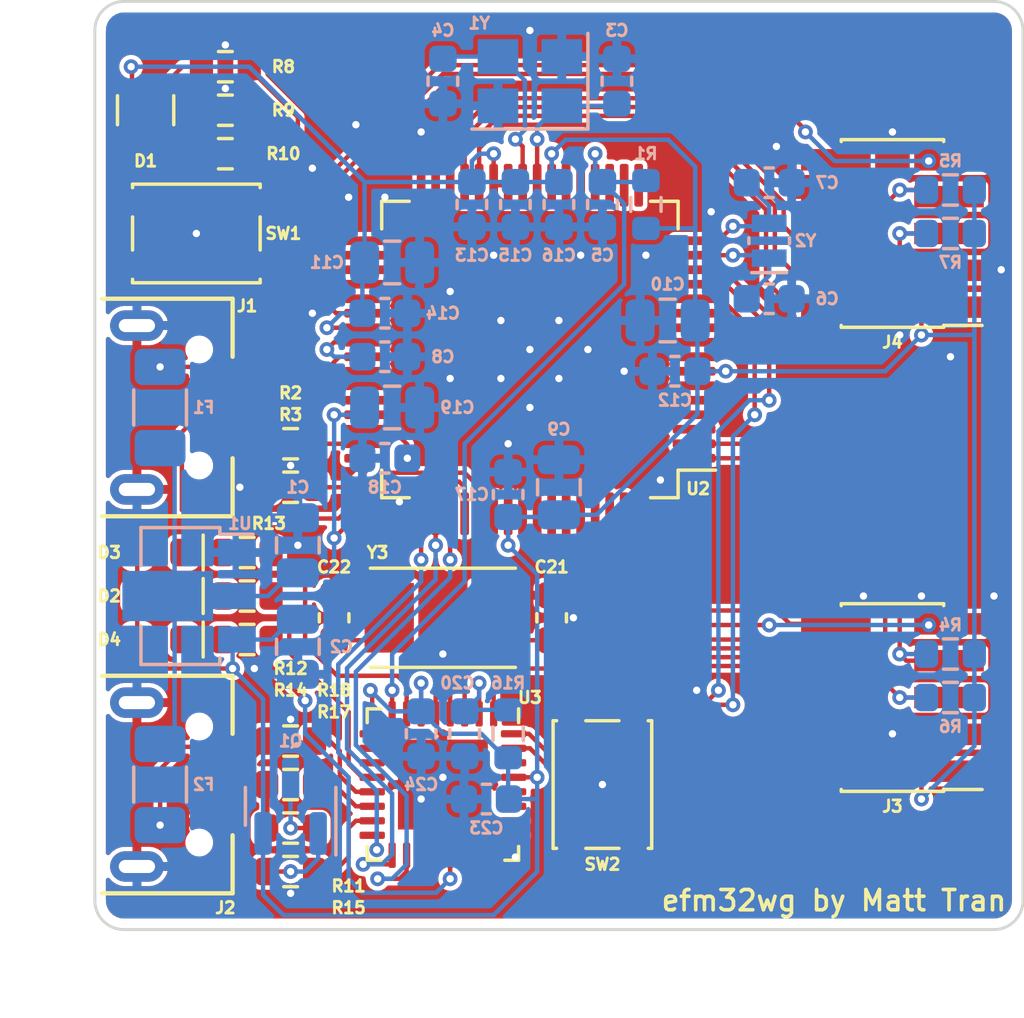
<source format=kicad_pcb>
(kicad_pcb (version 20240108) (generator "pcbnew") (generator_version "8.0")
  (layers (0 "F.Cu" signal) (31 "B.Cu" signal) (34 "B.Paste" user) (35 "F.Paste" user) (36 "B.SilkS" user "B.Silkscreen") (37 "F.SilkS" user "F.Silkscreen") (38 "B.Mask" user) (39 "F.Mask" user) (44 "Edge.Cuts" user))
  (net 0 "")
  (net 1 "GND")
  (net 2 "+5V")
  (net 3 "+3V3")
  (net 4 "Net-(C3-Pad1)")
  (net 5 "Net-(C4-Pad2)")
  (net 6 "/SWD.nRST")
  (net 7 "Net-(C6-Pad2)")
  (net 8 "Net-(C7-Pad2)")
  (net 9 "Net-(C8-Pad2)")
  (net 10 "Net-(C18-Pad1)")
  (net 11 "Net-(C20-Pad2)")
  (net 12 "Net-(C21-Pad2)")
  (net 13 "Net-(C22-Pad1)")
  (net 14 "Net-(D1-Pad1)")
  (net 15 "Net-(D1-Pad3)")
  (net 16 "Net-(D1-Pad4)")
  (net 17 "/DAPLink/DAP_LED")
  (net 18 "/DAPLink/MSD_LED")
  (net 19 "/DAPLink/CDC_LED")
  (net 20 "Net-(F1-Pad1)")
  (net 21 "Net-(F2-Pad1)")
  (net 22 "/USB_D-")
  (net 23 "/USB_D+")
  (net 24 "/USB_ID")
  (net 25 "/DAP.D-")
  (net 26 "/DAP.D+")
  (net 28 "/MOSI0")
  (net 29 "/MISO0")
  (net 30 "/SDA0")
  (net 31 "/SCK0")
  (net 32 "/SCL0")
  (net 33 "/CS0")
  (net 34 "/TX0")
  (net 35 "/RX0")
  (net 36 "/MOSI1")
  (net 37 "/MISO1")
  (net 38 "/SDA1")
  (net 39 "/SCK1")
  (net 40 "/SCL1")
  (net 41 "/CS1")
  (net 42 "/TX1")
  (net 43 "/RX1")
  (net 44 "Net-(Q1-Pad1)")
  (net 45 "Net-(Q1-Pad3)")
  (net 46 "Net-(R2-Pad1)")
  (net 47 "Net-(R3-Pad1)")
  (net 48 "/LED_R")
  (net 49 "/LED_G")
  (net 50 "/LED_B")
  (net 51 "/DAPLink/USB_CON")
  (net 52 "Net-(R17-Pad2)")
  (net 53 "Net-(R18-Pad2)")
  (net 54 "/BTN")
  (net 55 "/DAPLink/BOOTSEL")
  (net 62 "/UART.RX")
  (net 63 "/UART.TX")
  (net 73 "/SWD.SWCLK")
  (net 74 "/SWD.SWDIO")
  (net 75 "/SWD.SWO")
  (net 90 "/DAPLink/JTAG.JTDI")
  (net 91 "Net-(D2-Pad1)")
  (net 92 "Net-(D3-Pad1)")
  (net 93 "Net-(D4-Pad1)")
  (footprint "Capacitor_SMD:C_0603_1608Metric" (layer "F.Cu") (at 143.25 109.25 90)
    (property "Reference" "C22")
    (property "Value" "30p")
  )
  (footprint "extraparts:USB_Micro-B_U254-05" (layer "F.Cu") (at 135 115 -90)
    (property "Reference" "J2")
    (property "Value" "DAPLink")
  )
  (footprint "LED_SMD:LED_0603_1608Metric" (layer "F.Cu") (at 137.25 110 180)
    (property "Reference" "D4")
    (property "Value" "CDC")
  )
  (footprint "Resistor_SMD:R_0603_1608Metric" (layer "F.Cu") (at 141.75 115)
    (property "Reference" "R17")
    (property "Value" "33")
  )
  (footprint "Crystal:Crystal_SMD_TXC_7A-2Pin_5x3.2mm" (layer "F.Cu") (at 147 109.25 180)
    (property "Reference" "Y3")
    (property "Value" "12MHz")
  )
  (footprint "Button_Switch_SMD:SW_SPST_PTS810" (layer "F.Cu") (at 138.5 96 180)
    (property "Reference" "SW1")
    (property "Value" "BTN")
  )
  (footprint "Button_Switch_SMD:SW_SPST_PTS810" (layer "F.Cu") (at 152.5 115 -90)
    (property "Reference" "SW2")
    (property "Value" "BOOT")
  )
  (footprint "LED_SMD:LED_0603_1608Metric" (layer "F.Cu") (at 137.25 107 180)
    (property "Reference" "D3")
    (property "Value" "MSD")
  )
  (footprint "Resistor_SMD:R_0603_1608Metric" (layer "F.Cu") (at 141.75 103.25 180)
    (property "Reference" "R2")
    (property "Value" "15")
  )
  (footprint "Resistor_SMD:R_0603_1608Metric" (layer "F.Cu") (at 139.5 93.25 180)
    (property "Reference" "R10")
    (property "Value" "100")
  )
  (footprint "Package_DFN_QFN:HVQFN-32-1EP_5x5mm_P0.5mm_EP3.1x3.1mm" (layer "F.Cu") (at 147 115 -90)
    (property "Reference" "U3")
    (property "Value" "LPC11U35FHI33/501")
  )
  (footprint "Resistor_SMD:R_0603_1608Metric" (layer "F.Cu") (at 140.25 110)
    (property "Reference" "R14")
    (property "Value" "100")
  )
  (footprint "Package_QFP:TQFP-64_10x10mm_P0.5mm" (layer "F.Cu") (at 150 100 180)
    (property "Reference" "U2")
    (property "Value" "EFM32WG332F256-B-QFP64")
  )
  (footprint "Capacitor_SMD:C_0603_1608Metric" (layer "F.Cu") (at 150.75 109.25 -90)
    (property "Reference" "C21")
    (property "Value" "30p")
  )
  (footprint "Resistor_SMD:R_0603_1608Metric" (layer "F.Cu") (at 140.25 108.5)
    (property "Reference" "R12")
    (property "Value" "100")
  )
  (footprint "Resistor_SMD:R_0603_1608Metric" (layer "F.Cu") (at 141.75 113.5)
    (property "Reference" "R18")
    (property "Value" "33")
  )
  (footprint "Resistor_SMD:R_0603_1608Metric" (layer "F.Cu") (at 141.75 116.5 180)
    (property "Reference" "R11")
    (property "Value" "1k5")
  )
  (footprint "Resistor_SMD:R_0603_1608Metric" (layer "F.Cu") (at 141.75 118)
    (property "Reference" "R15")
    (property "Value" "33")
  )
  (footprint "Resistor_SMD:R_0603_1608Metric" (layer "F.Cu") (at 139.5 91.75 180)
    (property "Reference" "R9")
    (property "Value" "100")
  )
  (footprint "LED_SMD:LED_0603_1608Metric" (layer "F.Cu") (at 137.25 108.5 180)
    (property "Reference" "D2")
    (property "Value" "DAP")
  )
  (footprint "Resistor_SMD:R_0603_1608Metric" (layer "F.Cu") (at 140.25 107)
    (property "Reference" "R13")
    (property "Value" "100")
  )
  (footprint "extraparts:USB_Micro-B_U254-05" (layer "F.Cu") (at 135 102 -90)
    (property "Reference" "J1")
    (property "Value" "Target")
  )
  (footprint "Connector_PinHeader_1.27mm:PinHeader_2x05_P1.27mm_Vertical_SMD" (layer "F.Cu") (at 162.5 112 180)
    (property "Reference" "J3")
    (property "Value" "PERIPH0")
  )
  (footprint "Connector_PinHeader_1.27mm:PinHeader_2x05_P1.27mm_Vertical_SMD" (layer "F.Cu") (at 162.5 96 180)
    (property "Reference" "J4")
    (property "Value" "PERIPH1")
  )
  (footprint "Resistor_SMD:R_0603_1608Metric" (layer "F.Cu") (at 141.75 104.75 180)
    (property "Reference" "R3")
    (property "Value" "15")
  )
  (footprint "Resistor_SMD:R_0603_1608Metric" (layer "F.Cu") (at 139.5 90.25 180)
    (property "Reference" "R8")
    (property "Value" "100")
  )
  (footprint "Resistor_SMD:R_Array_Convex_2x0606" (layer "F.Cu") (at 136.75 91.75 -90)
    (property "Reference" "D1")
    (property "Value" "LED_RABG")
  )
  (footprint "Resistor_SMD:R_0603_1608Metric" (layer "B.Cu") (at 164.5 96)
    (property "Reference" "R7")
    (property "Value" "2k2")
  )
  (footprint "Resistor_SMD:R_0603_1608Metric" (layer "B.Cu") (at 164.5 110.5)
    (property "Reference" "R4")
    (property "Value" "2k2")
  )
  (footprint "Capacitor_SMD:C_0603_1608Metric" (layer "B.Cu") (at 153 90.75 90)
    (property "Reference" "C3")
    (property "Value" "10p")
  )
  (footprint "Package_TO_SOT_SMD:SOT-23" (layer "B.Cu") (at 141.75 115.75 90)
    (property "Reference" "Q1")
    (property "Value" "DMP3099L-7")
  )
  (footprint "Capacitor_SMD:C_0805_2012Metric" (layer "B.Cu") (at 151 104.75 90)
    (property "Reference" "C9")
    (property "Value" "10u")
  )
  (footprint "Capacitor_SMD:C_0603_1608Metric" (layer "B.Cu") (at 155 100.75 180)
    (property "Reference" "C12")
    (property "Value" "100n")
  )
  (footprint "Capacitor_SMD:C_0805_2012Metric" (layer "B.Cu") (at 142 106.75 -90)
    (property "Reference" "C1")
    (property "Value" "10u")
  )
  (footprint "Capacitor_SMD:C_0603_1608Metric" (layer "B.Cu") (at 149.25 105 90)
    (property "Reference" "C17")
    (property "Value" "100n")
  )
  (footprint "Package_TO_SOT_SMD:SOT-89-3" (layer "B.Cu") (at 138.25 108.5 180)
    (property "Reference" "U1")
    (property "Value" "AZ1117CR2-3.3")
  )
  (footprint "Resistor_SMD:R_0603_1608Metric" (layer "B.Cu") (at 164.5 94.5)
    (property "Reference" "R5")
    (property "Value" "2k2")
  )
  (footprint "Capacitor_SMD:C_0603_1608Metric" (layer "B.Cu") (at 147 90.75 90)
    (property "Reference" "C4")
    (property "Value" "10p")
  )
  (footprint "Capacitor_SMD:C_0603_1608Metric" (layer "B.Cu") (at 158.25 94.25 180)
    (property "Reference" "C7")
    (property "Value" "15p")
  )
  (footprint "Crystal:Crystal_SMD_TXC_7M-4Pin_3.2x2.5mm" (layer "B.Cu") (at 150 90.75 180)
    (property "Reference" "Y1")
    (property "Value" "48MHz")
  )
  (footprint "Capacitor_SMD:C_0805_2012Metric" (layer "B.Cu") (at 145.25 97)
    (property "Reference" "C11")
    (property "Value" "10u")
  )
  (footprint "Capacitor_SMD:C_0603_1608Metric" (layer "B.Cu") (at 145 100.25 180)
    (property "Reference" "C8")
    (property "Value" "1u")
  )
  (footprint "Resistor_SMD:R_0603_1608Metric" (layer "B.Cu") (at 154 95 -90)
    (property "Reference" "R1")
    (property "Value" "DNP")
  )
  (footprint "Capacitor_SMD:C_0603_1608Metric" (layer "B.Cu") (at 158.25 98.25 180)
    (property "Reference" "C6")
    (property "Value" "15p")
  )
  (footprint "Capacitor_SMD:C_0603_1608Metric" (layer "B.Cu") (at 145 98.75)
    (property "Reference" "C14")
    (property "Value" "100n")
  )
  (footprint "Fuse:Fuse_1206_3216Metric" (layer "B.Cu") (at 137.25 115 90)
    (property "Reference" "F2")
    (property "Value" "500mA")
  )
  (footprint "Capacitor_SMD:C_0603_1608Metric" (layer "B.Cu") (at 145 103.75 180)
    (property "Reference" "C18")
    (property "Value" "1u")
  )
  (footprint "Capacitor_SMD:C_0805_2012Metric" (layer "B.Cu") (at 154.75 99 180)
    (property "Reference" "C10")
    (property "Value" "10u")
  )
  (footprint "Capacitor_SMD:C_0603_1608Metric" (layer "B.Cu") (at 146.25 113.25 -90)
    (property "Reference" "C24")
    (property "Value" "100n")
  )
  (footprint "Resistor_SMD:R_0603_1608Metric" (layer "B.Cu") (at 164.5 112)
    (property "Reference" "R6")
    (property "Value" "2k2")
  )
  (footprint "Capacitor_SMD:C_0603_1608Metric" (layer "B.Cu") (at 148.5 115.5 180)
    (property "Reference" "C23")
    (property "Value" "100n")
  )
  (footprint "Crystal:Crystal_SMD_MicroCrystal_CM9V-T1A-2Pin_1.6x1.0mm" (layer "B.Cu") (at 158.25 96.25 90)
    (property "Reference" "Y2")
    (property "Value" "32.768kHz")
  )
  (footprint "Capacitor_SMD:C_0805_2012Metric" (layer "B.Cu") (at 142 110.25 -90)
    (property "Reference" "C2")
    (property "Value" "10u")
  )
  (footprint "Capacitor_SMD:C_0603_1608Metric" (layer "B.Cu") (at 151 95 -90)
    (property "Reference" "C16")
    (property "Value" "100n")
  )
  (footprint "Capacitor_SMD:C_0603_1608Metric" (layer "B.Cu") (at 149.5 95 -90)
    (property "Reference" "C15")
    (property "Value" "100n")
  )
  (footprint "Capacitor_SMD:C_0805_2012Metric" (layer "B.Cu") (at 145.25 102)
    (property "Reference" "C19")
    (property "Value" "10u")
  )
  (footprint "Fuse:Fuse_1206_3216Metric" (layer "B.Cu") (at 137.25 102 -90)
    (property "Reference" "F1")
    (property "Value" "500mA")
  )
  (footprint "Resistor_SMD:R_0603_1608Metric" (layer "B.Cu") (at 149.25 113.25 -90)
    (property "Reference" "R16")
    (property "Value" "10k")
  )
  (footprint "Capacitor_SMD:C_0603_1608Metric" (layer "B.Cu") (at 147.75 113.25 90)
    (property "Reference" "C20")
    (property "Value" "100n")
  )
  (footprint "Capacitor_SMD:C_0603_1608Metric" (layer "B.Cu") (at 148 95 -90)
    (property "Reference" "C13")
    (property "Value" "100n")
  )
  (footprint "Capacitor_SMD:C_0603_1608Metric" (layer "B.Cu") (at 152.5 95 90)
    (property "Reference" "C5")
    (property "Value" "100n")
  )
  (gr_line (start 166 120) (end 136 120) (stroke (width 0.1)) (layer "Edge.Cuts"))
  (gr_line (start 136 88) (end 166 88) (stroke (width 0.1)) (layer "Edge.Cuts"))
  (gr_arc (start 166 88) (mid 166.707107 88.292893) (end 167 89) (stroke (width 0.1)) (layer "Edge.Cuts"))
  (gr_arc (start 136 120) (mid 135.292893 119.707107) (end 135 119) (stroke (width 0.1)) (layer "Edge.Cuts"))
  (gr_line (start 167 89) (end 167 119) (stroke (width 0.1)) (layer "Edge.Cuts"))
  (gr_arc (start 135 89) (mid 135.292893 88.292893) (end 136 88) (stroke (width 0.1)) (layer "Edge.Cuts"))
  (gr_line (start 135 119) (end 135 89) (stroke (width 0.1)) (layer "Edge.Cuts"))
  (gr_arc (start 167 119) (mid 166.707107 119.707107) (end 166 120) (stroke (width 0.1)) (layer "Edge.Cuts"))
  (gr_text "efm32wg by Matt Tran" (at 166.5 119 0) (layer "F.SilkS") (effects (font (size 0.7 0.7) (thickness 0.125)) (justify right)))
  (via (at 150 89) (size 0.508) (drill 0.254) (layers "F.Cu" "B.Cu") (net 1))
  (via (at 154.5 104.5) (size 0.508) (drill 0.254) (layers "F.Cu" "B.Cu") (net 1))
  (via (at 152.5 115) (size 0.508) (drill 0.254) (layers "F.Cu" "B.Cu") (net 1))
  (via (at 154 96.75) (size 0.508) (drill 0.254) (layers "F.Cu" "B.Cu") (net 1))
  (via (at 162.75 99.5) (size 0.508) (drill 0.254) (layers "F.Cu" "B.Cu") (net 1))
  (via (at 161.5 108.5) (size 0.508) (drill 0.254) (layers "F.Cu" "B.Cu") (net 1))
  (via (at 141.75 112.75) (size 0.508) (drill 0.254) (layers "F.Cu" "B.Cu") (net 1))
  (via (at 140 104.75) (size 0.508) (drill 0.254) (layers "F.Cu" "B.Cu") (net 1))
  (via (at 152 100) (size 0.508) (drill 0.254) (layers "F.Cu" "B.Cu") (net 1))
  (via (at 147.25 98) (size 0.508) (drill 0.254) (layers "F.Cu" "B.Cu") (net 1))
  (via (at 142.5 98.75) (size 0.508) (drill 0.254) (layers "F.Cu" "B.Cu") (net 1))
  (via (at 150 100) (size 0.508) (drill 0.254) (layers "F.Cu" "B.Cu") (net 1))
  (via (at 146.25 115.5) (size 0.508) (drill 0.254) (layers "F.Cu" "B.Cu") (net 1))
  (via (at 141.75 118.75) (size 0.508) (drill 0.254) (layers "F.Cu" "B.Cu") (net 1))
  (via (at 151.75 96.75) (size 0.508) (drill 0.254) (layers "F.Cu" "B.Cu") (net 1))
  (via (at 166 108.5) (size 0.508) (drill 0.254) (layers "F.Cu" "B.Cu") (net 1))
  (via (at 164.5 100.25) (size 0.508) (drill 0.254) (layers "F.Cu" "B.Cu") (net 1))
  (via (at 147 114.75) (size 0.508) (drill 0.254) (layers "F.Cu" "B.Cu") (net 1))
  (via (at 143.75 94.75) (size 0.508) (drill 0.254) (layers "F.Cu" "B.Cu") (net 1))
  (via (at 149 101) (size 0.508) (drill 0.254) (layers "F.Cu" "B.Cu") (net 1))
  (via (at 148.75 96.75) (size 0.508) (drill 0.254) (layers "F.Cu" "B.Cu") (net 1))
  (via (at 145.5 105.25) (size 0.508) (drill 0.254) (layers "F.Cu" "B.Cu") (net 1))
  (via (at 141.75 104) (size 0.508) (drill 0.254) (layers "F.Cu" "B.Cu") (net 1))
  (via (at 140.5 111) (size 0.508) (drill 0.254) (layers "F.Cu" "B.Cu") (net 1))
  (via (at 150 102) (size 0.508) (drill 0.254) (layers "F.Cu" "B.Cu") (net 1))
  (via (at 145 94.75) (size 0.508) (drill 0.254) (layers "F.Cu" "B.Cu") (net 1))
  (via (at 162.5 92.5) (size 0.508) (drill 0.254) (layers "F.Cu" "B.Cu") (net 1))
  (via (at 155.75 111.75) (size 0.508) (drill 0.254) (layers "F.Cu" "B.Cu") (net 1))
  (via (at 151.5 109.25) (size 0.508) (drill 0.254) (layers "F.Cu" "B.Cu") (net 1))
  (via (at 149.5 117.5) (size 0.508) (drill 0.254) (layers "F.Cu" "B.Cu") (net 1))
  (via (at 142 106.75) (size 0.508) (drill 0.254) (layers "F.Cu" "B.Cu") (net 1))
  (via (at 139.5 91) (size 0.508) (drill 0.254) (layers "F.Cu" "B.Cu") (net 1))
  (via (at 138.5 96) (size 0.508) (drill 0.254) (layers "F.Cu" "B.Cu") (net 1))
  (via (at 163.5 108.5) (size 0.508) (drill 0.254) (layers "F.Cu" "B.Cu") (net 1))
  (via (at 147 110.5) (size 0.508) (drill 0.254) (layers "F.Cu" "B.Cu") (net 1))
  (via (at 153.25 100.75) (size 0.508) (drill 0.254) (layers "F.Cu" "B.Cu") (net 1))
  (via (at 166.25 97.25) (size 0.508) (drill 0.254) (layers "F.Cu" "B.Cu") (net 1))
  (via (at 162.5 113.25) (size 0.508) (drill 0.254) (layers "F.Cu" "B.Cu") (net 1))
  (via (at 149 99) (size 0.508) (drill 0.254) (layers "F.Cu" "B.Cu") (net 1))
  (via (at 147.25 101) (size 0.508) (drill 0.254) (layers "F.Cu" "B.Cu") (net 1))
  (via (at 139.5 89.5) (size 0.508) (drill 0.254) (layers "F.Cu" "B.Cu") (net 1))
  (via (at 146.25 92.5) (size 0.508) (drill 0.254) (layers "F.Cu" "B.Cu") (net 1))
  (via (at 158.5 93) (size 0.508) (drill 0.254) (layers "F.Cu" "B.Cu") (net 1))
  (via (at 149.25 103.25) (size 0.508) (drill 0.254) (layers "F.Cu" "B.Cu") (net 1))
  (via (at 142.5 93.75) (size 0.508) (drill 0.254) (layers "F.Cu" "B.Cu") (net 1))
  (via (at 156.25 95.25) (size 0.508) (drill 0.254) (layers "F.Cu" "B.Cu") (net 1))
  (via (at 144 92.25) (size 0.508) (drill 0.254) (layers "F.Cu" "B.Cu") (net 1))
  (via (at 151 101) (size 0.508) (drill 0.254) (layers "F.Cu" "B.Cu") (net 1))
  (via (at 151 99) (size 0.508) (drill 0.254) (layers "F.Cu" "B.Cu") (net 1))
  (segment (start 147.75 105.6625) (end 147.75 104.748162) (width 0.1524) (layer "F.Cu") (net 2))
  (segment (start 147.75 104.748162) (end 147.556158 104.55432) (width 0.1524) (layer "F.Cu") (net 2))
  (segment (start 145.19568 104.55432) (end 143.25 106.5) (width 0.1524) (layer "F.Cu") (net 2))
  (segment (start 147.556158 104.55432) (end 145.19568 104.55432) (width 0.1524) (layer "F.Cu") (net 2))
  (segment (start 144.3375 102.25) (end 143.25 102.25) (width 0.1524) (layer "F.Cu") (net 2))
  (via (at 143.25 106.5) (size 0.508) (drill 0.254) (layers "F.Cu" "B.Cu") (net 2))
  (via (at 143.25 102.25) (size 0.508) (drill 0.254) (layers "F.Cu" "B.Cu") (net 2))
  (segment (start 137.2 113.6) (end 137.75 113.6) (width 0.1524) (layer "B.Cu") (net 2))
  (segment (start 137.75 108.5) (end 139.8125 108.5) (width 0.1524) (layer "B.Cu") (net 2))
  (segment (start 144.05 102.25) (end 144.3 102) (width 0.1524) (layer "B.Cu") (net 2))
  (segment (start 137.2875 103.4) (end 137.75 103.4) (width 0.1524) (layer "B.Cu") (net 2))
  (segment (start 137.75 103.4) (end 137.75 108.5) (width 0.1524) (layer "B.Cu") (net 2))
  (segment (start 143.25 107.5) (end 143.05 107.7) (width 0.1524) (layer "B.Cu") (net 2))
  (segment (start 143.25 102.25) (end 144.05 102.25) (width 0.1524) (layer "B.Cu") (net 2))
  (segment (start 141.775 107.7) (end 142 107.7) (width 0.1524) (layer "B.Cu") (net 2))
  (segment (start 143.25 106.5) (end 143.25 102.25) (width 0.1524) (layer "B.Cu") (net 2))
  (segment (start 137.75 113.6) (end 137.75 108.5) (width 0.1524) (layer "B.Cu") (net 2))
  (segment (start 143.25 106.5) (end 143.25 107.5) (width 0.1524) (layer "B.Cu") (net 2))
  (segment (start 143.05 107.7) (end 142 107.7) (width 0.1524) (layer "B.Cu") (net 2))
  (segment (start 139.8125 108.5) (end 140.975 108.5) (width 0.1524) (layer "B.Cu") (net 2))
  (segment (start 140.975 108.5) (end 141.775 107.7) (width 0.1524) (layer "B.Cu") (net 2))
  (segment (start 146.25 112.5625) (end 146.25 111.5) (width 0.1524) (layer "F.Cu") (net 3))
  (segment (start 163.71 114.54) (end 163.5 114.75) (width 0.1524) (layer "F.Cu") (net 3))
  (segment (start 148.75 94.3375) (end 148.75 93.25) (width 0.1524) (layer "F.Cu") (net 3))
  (segment (start 144.3375 99.25) (end 143 99.25) (width 0.1524) (layer "F.Cu") (net 3))
  (segment (start 163.71 98.54) (end 163.5 98.75) (width 0.1524) (layer "F.Cu") (net 3))
  (segment (start 163.5 114.75) (end 163.5 115.5) (width 0.1524) (layer "F.Cu") (net 3))
  (segment (start 164.45 114.54) (end 163.71 114.54) (width 0.1524) (layer "F.Cu") (net 3))
  (segment (start 150.75 94.3375) (end 150.75 93.25) (width 0.1524) (layer "F.Cu") (net 3))
  (segment (start 137.4625 111) (end 139.75 111) (width 0.1524) (layer "F.Cu") (net 3))
  (segment (start 136.4625 110) (end 136.4625 107) (width 0.1524) (layer "F.Cu") (net 3))
  (segment (start 149.4375 114.75) (end 150.25 114.75) (width 0.1524) (layer "F.Cu") (net 3))
  (segment (start 149.25 94.3375) (end 148.75 94.3375) (width 0.1524) (layer "F.Cu") (net 3))
  (segment (start 144.5625 113.25) (end 144.5625 111.8125) (width 0.1524) (layer "F.Cu") (net 3))
  (segment (start 136.4625 110) (end 137.4625 111) (width 0.1524) (layer "F.Cu") (net 3))
  (segment (start 144.5625 111.8125) (end 144.5 111.75) (width 0.1524) (layer "F.Cu") (net 3))
  (segment (start 136.28 90.28) (end 136.25 90.25) (width 0.1524) (layer "F.Cu") (net 3))
  (segment (start 136.28 91.05) (end 136.28 90.28) (width 0.1524) (layer "F.Cu") (net 3))
  (segment (start 155.6625 100.75) (end 156.75 100.75) (width 0.1524) (layer "F.Cu") (net 3))
  (segment (start 163.5 98.75) (end 163.5 99.5) (width 0.1524) (layer "F.Cu") (net 3))
  (segment (start 149.25 105.6625) (end 149.25 106.75) (width 0.1524) (layer "F.Cu") (net 3))
  (segment (start 164.45 98.54) (end 163.71 98.54) (width 0.1524) (layer "F.Cu") (net 3))
  (via (at 150.75 93.25) (size 0.508) (drill 0.254) (layers "F.Cu" "B.Cu") (net 3))
  (via (at 146.25 111.5) (size 0.508) (drill 0.254) (layers "F.Cu" "B.Cu") (net 3))
  (via (at 143 99.25) (size 0.508) (drill 0.254) (layers "F.Cu" "B.Cu") (net 3))
  (via (at 136.25 90.25) (size 0.508) (drill 0.254) (layers "F.Cu" "B.Cu") (net 3))
  (via (at 163.5 99.5) (size 0.508) (drill 0.254) (layers "F.Cu" "B.Cu") (net 3))
  (via (at 149.25 106.75) (size 0.508) (drill 0.254) (layers "F.Cu" "B.Cu") (net 3))
  (via (at 148.75 93.25) (size 0.508) (drill 0.254) (layers "F.Cu" "B.Cu") (net 3))
  (via (at 163.5 115.5) (size 0.508) (drill 0.254) (layers "F.Cu" "B.Cu") (net 3))
  (via (at 139.75 111) (size 0.508) (drill 0.254) (layers "F.Cu" "B.Cu") (net 3))
  (via (at 156.75 100.75) (size 0.508) (drill 0.254) (layers "F.Cu" "B.Cu") (net 3))
  (via (at 144.5 111.75) (size 0.508) (drill 0.254) (layers "F.Cu" "B.Cu") (net 3))
  (via (at 150.25 114.75) (size 0.508) (drill 0.254) (layers "F.Cu" "B.Cu") (net 3))
  (segment (start 162.25 100.75) (end 163.5 99.5) (width 0.1524) (layer "B.Cu") (net 3))
  (segment (start 151.232111 92.767889) (end 150.75 93.25) (width 0.1524) (layer "B.Cu") (net 3))
  (segment (start 155.7 95.8) (end 155.7 93.7) (width 0.1524) (layer "B.Cu") (net 3))
  (segment (start 155.775 99.075) (end 155.7 99) (width 0.1524) (layer "B.Cu") (net 3))
  (segment (start 148.75 119.5) (end 150.25 118) (width 0.1524) (layer "B.Cu") (net 3))
  (segment (start 155.7 93.7) (end 154.767889 92.767889) (width 0.1524) (layer "B.Cu") (net 3))
  (segment (start 143.5 98.75) (end 143 99.25) (width 0.1524) (layer "B.Cu") (net 3))
  (segment (start 144.225 98.75) (end 143.5 98.75) (width 0.1524) (layer "B.Cu") (net 3))
  (segment (start 144.225 97.075) (end 144.3 97) (width 0.1524) (layer "B.Cu") (net 3))
  (segment (start 154.767889 92.767889) (end 151.232111 92.767889) (width 0.1524) (layer "B.Cu") (net 3))
  (segment (start 165.325 94.5) (end 165.325 96) (width 0.1524) (layer "B.Cu") (net 3))
  (segment (start 148.25 93.25) (end 148 93.5) (width 0.1524) (layer "B.Cu") (net 3))
  (segment (start 144.3 94.225) (end 140.325 90.25) (width 0.1524) (layer "B.Cu") (net 3))
  (segment (start 146.25 112.475) (end 147.025 113.25) (width 0.1524) (layer "B.Cu") (net 3))
  (segment (start 151 105.7) (end 152.3 105.7) (width 0.1524) (layer "B.Cu") (net 3))
  (segment (start 165.325 112) (end 165.325 110.5) (width 0.1524) (layer "B.Cu") (net 3))
  (segment (start 144.5 111.75) (end 145.225 112.475) (width 0.1524) (layer "B.Cu") (net 3))
  (segment (start 150.75 93.975) (end 151 94.225) (width 0.1524) (layer "B.Cu") (net 3))
  (segment (start 141.1 110) (end 141.8 109.3) (width 0.1524) (layer "B.Cu") (net 3))
  (segment (start 152.3 105.7) (end 155.775 102.225) (width 0.1524) (layer "B.Cu") (net 3))
  (segment (start 155.775 100.75) (end 155.775 99.075) (width 0.1524) (layer "B.Cu") (net 3))
  (segment (start 156.75 100.75) (end 155.775 100.75) (width 0.1524) (layer "B.Cu") (net 3))
  (segment (start 146.25 111.5) (end 146.25 112.475) (width 0.1524) (layer "B.Cu") (net 3))
  (segment (start 150.25 107.75) (end 149.25 106.75) (width 0.1524) (layer "B.Cu") (net 3))
  (segment (start 149.25 114.075) (end 149.25 115.475) (width 0.1524) (layer "B.Cu") (net 3))
  (segment (start 150.75 93.25) (end 150.75 93.975) (width 0.1524) (layer "B.Cu") (net 3))
  (segment (start 140.8 116.6875) (end 140.8 112.05) (width 0.1524) (layer "B.Cu") (net 3))
  (segment (start 165.325 110.5) (end 165.325 99.5) (width 0.1524) (layer "B.Cu") (net 3))
  (segment (start 141.5 119.5) (end 148.75 119.5) (width 0.1524) (layer "B.Cu") (net 3))
  (segment (start 156.75 100.75) (end 162.25 100.75) (width 0.1524) (layer "B.Cu") (net 3))
  (segment (start 154 95.825) (end 155.675 95.825) (width 0.1524) (layer "B.Cu") (net 3))
  (segment (start 150.25 114.75) (end 150.25 107.75) (width 0.1524) (layer "B.Cu") (net 3))
  (segment (start 139.75 110.15) (end 139.9 110) (width 0.1524) (layer "B.Cu") (net 3))
  (segment (start 165.325 99.5) (end 165.325 96) (width 0.1524) (layer "B.Cu") (net 3))
  (segment (start 155.775 102.225) (end 155.775 100.75) (width 0.1524) (layer "B.Cu") (net 3))
  (segment (start 148 94.225) (end 144.3 94.225) (width 0.1524) (layer "B.Cu") (net 3))
  (segment (start 140.8 112.05) (end 139.75 111) (width 0.1524) (layer "B.Cu") (net 3))
  (segment (start 150.925 105.775) (end 151 105.7) (width 0.1524) (layer "B.Cu") (net 3))
  (segment (start 145.225 112.475) (end 146.25 112.475) (width 0.1524) (layer "B.Cu") (net 3))
  (segment (start 144.3 97) (end 144.3 94.225) (width 0.1524) (layer "B.Cu") (net 3))
  (segment (start 148.75 93.25) (end 148.25 93.25) (width 0.1524) (layer "B.Cu") (net 3))
  (segment (start 150.25 115.5) (end 150.25 114.75) (width 0.1524) (layer "B.Cu") (net 3))
  (segment (start 150.25 118) (end 150.25 115.5) (width 0.1524) (layer "B.Cu") (net 3))
  (segment (start 148.325 113.25) (end 149.15 114.075) (width 0.1524) (layer "B.Cu") (net 3))
  (segment (start 140.325 90.25) (end 136.25 90.25) (width 0.1524) (layer "B.Cu") (net 3))
  (segment (start 140.8 118.8) (end 141.5 119.5) (width 0.1524) (layer "B.Cu") (net 3))
  (segment (start 149.275 115.5) (end 150.25 115.5) (width 0.1524) (layer "B.Cu") (net 3))
  (segment (start 165.325 113.675) (end 165.325 112) (width 0.1524) (layer "B.Cu") (net 3))
  (segment (start 149.25 106.75) (end 149.25 105.775) (width 0.1524) (layer "B.Cu") (net 3))
  (segment (start 155.675 95.825) (end 155.7 95.8) (width 0.1524) (layer "B.Cu") (net 3))
  (segment (start 139.75 111) (end 139.75 110.15) (width 0.1524) (layer "B.Cu") (net 3))
  (segment (start 163.5 115.5) (end 165.325 113.675) (width 0.1524) (layer "B.Cu") (net 3))
  (segment (start 139.9 110) (end 141.1 110) (width 0.1524) (layer "B.Cu") (net 3))
  (segment (start 141.8 109.3) (end 142 109.3) (width 0.1524) (layer "B.Cu") (net 3))
  (segment (start 144.225 98.75) (end 144.225 97.075) (width 0.1524) (layer "B.Cu") (net 3))
  (segment (start 149.15 114.075) (end 149.25 114.075) (width 0.1524) (layer "B.Cu") (net 3))
  (segment (start 149.25 115.475) (end 149.275 115.5) (width 0.1524) (layer "B.Cu") (net 3))
  (segment (start 155.7 99) (end 155.7 95.8) (width 0.1524) (layer "B.Cu") (net 3))
  (segment (start 148 94.225) (end 151 94.225) (width 0.1524) (layer "B.Cu") (net 3))
  (segment (start 149.25 105.775) (end 150.925 105.775) (width 0.1524) (layer "B.Cu") (net 3))
  (segment (start 148 93.5) (end 148 94.225) (width 0.1524) (layer "B.Cu") (net 3))
  (segment (start 140.8 116.6875) (end 140.8 118.8) (width 0.1524) (layer "B.Cu") (net 3))
  (segment (start 147.025 113.25) (end 148.325 113.25) (width 0.1524) (layer "B.Cu") (net 3))
  (segment (start 163.5 99.5) (end 165.325 99.5) (width 0.1524) (layer "B.Cu") (net 3))
  (segment (start 150.25 94.3375) (end 150.25 92.75) (width 0.1524) (layer "F.Cu") (net 4))
  (via (at 150.25 92.75) (size 0.508) (drill 0.254) (layers "F.Cu" "B.Cu") (net 4))
  (segment (start 150.975 91.6) (end 151.1 91.6) (width 0.1524) (layer "B.Cu") (net 4))
  (segment (start 152.925 91.6) (end 151.1 91.6) (width 0.1524) (layer "B.Cu") (net 4))
  (segment (start 150.25 92.325) (end 150.975 91.6) (width 0.1524) (layer "B.Cu") (net 4))
  (segment (start 150.25 92.75) (end 150.25 92.325) (width 0.1524) (layer "B.Cu") (net 4))
  (segment (start 153 91.525) (end 152.925 91.6) (width 0.1524) (layer "B.Cu") (net 4))
  (segment (start 149.75 93) (end 149.5 92.75) (width 0.1524) (layer "F.Cu") (net 5))
  (segment (start 149.75 94.3375) (end 149.75 93) (width 0.1524) (layer "F.Cu") (net 5))
  (via (at 149.5 92.75) (size 0.508) (drill 0.254) (layers "F.Cu" "B.Cu") (net 5))
  (segment (start 147.075 89.9) (end 148.9 89.9) (width 0.1524) (layer "B.Cu") (net 5))
  (segment (start 149.828111 92.421889) (end 149.828111 90.728111) (width 0.1524) (layer "B.Cu") (net 5))
  (segment (start 147 89.975) (end 147.075 89.9) (width 0.1524) (layer "B.Cu") (net 5))
  (segment (start 149 89.9) (end 148.9 89.9) (width 0.1524) (layer "B.Cu") (net 5))
  (segment (start 149.828111 90.728111) (end 149 89.9) (width 0.1524) (layer "B.Cu") (net 5))
  (segment (start 149.5 92.75) (end 149.828111 92.421889) (width 0.1524) (layer "B.Cu") (net 5))
  (segment (start 145.25 112.5625) (end 145.25 111.75) (width 0.1524) (layer "F.Cu") (net 6))
  (segment (start 152.25 94.3375) (end 152.25 93.25) (width 0.1524) (layer "F.Cu") (net 6))
  (via (at 145.25 111.75) (size 0.508) (drill 0.254) (layers "F.Cu" "B.Cu") (net 6))
  (via (at 152.25 93.25) (size 0.508) (drill 0.254) (layers "F.Cu" "B.Cu") (net 6))
  (segment (start 145.25 110.5) (end 147.75 108) (width 0.1524) (layer "B.Cu") (net 6))
  (segment (start 153.25 97.75) (end 153.25 94.975) (width 0.1524) (layer "B.Cu") (net 6))
  (segment (start 152.25 93.975) (end 152.5 94.225) (width 0.1524) (layer "B.Cu") (net 6))
  (segment (start 152.25 93.25) (end 152.25 93.975) (width 0.1524) (layer "B.Cu") (net 6))
  (segment (start 147.75 108) (end 147.75 103.25) (width 0.1524) (layer "B.Cu") (net 6))
  (segment (start 147.75 103.25) (end 153.25 97.75) (width 0.1524) (layer "B.Cu") (net 6))
  (segment (start 153.25 94.975) (end 152.5 94.225) (width 0.1524) (layer "B.Cu") (net 6))
  (segment (start 152.5 94.225) (end 153.95 94.225) (width 0.1524) (layer "B.Cu") (net 6))
  (segment (start 145.25 111.75) (end 145.25 110.5) (width 0.1524) (layer "B.Cu") (net 6))
  (segment (start 153.95 94.225) (end 154 94.175) (width 0.1524) (layer "B.Cu") (net 6))
  (segment (start 155.6625 96.75) (end 157 96.75) (width 0.1524) (layer "F.Cu") (net 7))
  (via (at 157 96.75) (size 0.508) (drill 0.254) (layers "F.Cu" "B.Cu") (net 7))
  (segment (start 157 96.75) (end 158.15 96.75) (width 0.1524) (layer "B.Cu") (net 7))
  (segment (start 158.25 96.85) (end 158.25 97.45) (width 0.1524) (layer "B.Cu") (net 7))
  (segment (start 158.25 97.45) (end 157.475 98.225) (width 0.1524) (layer "B.Cu") (net 7))
  (segment (start 157.475 98.225) (end 157.475 98.25) (width 0.1524) (layer "B.Cu") (net 7))
  (segment (start 158.15 96.75) (end 158.25 96.85) (width 0.1524) (layer "B.Cu") (net 7))
  (segment (start 155.6625 96.25) (end 156.5 96.25) (width 0.1524) (layer "F.Cu") (net 8))
  (segment (start 156.5 96.25) (end 157 95.75) (width 0.1524) (layer "F.Cu") (net 8))
  (via (at 157 95.75) (size 0.508) (drill 0.254) (layers "F.Cu" "B.Cu") (net 8))
  (segment (start 158.15 95.75) (end 158.25 95.65) (width 0.1524) (layer "B.Cu") (net 8))
  (segment (start 157.475 94.275) (end 157.475 94.25) (width 0.1524) (layer "B.Cu") (net 8))
  (segment (start 158.25 95.05) (end 157.475 94.275) (width 0.1524) (layer "B.Cu") (net 8))
  (segment (start 158.25 95.65) (end 158.25 95.05) (width 0.1524) (layer "B.Cu") (net 8))
  (segment (start 157 95.75) (end 158.15 95.75) (width 0.1524) (layer "B.Cu") (net 8))
  (segment (start 143.25 99.75) (end 143 100) (width 0.1524) (layer "F.Cu") (net 9))
  (segment (start 144.3375 99.75) (end 143.25 99.75) (width 0.1524) (layer "F.Cu") (net 9))
  (via (at 143 100) (size 0.508) (drill 0.254) (layers "F.Cu" "B.Cu") (net 9))
  (segment (start 144.225 100.25) (end 143.25 100.25) (width 0.1524) (layer "B.Cu") (net 9))
  (segment (start 143.25 100.25) (end 143 100) (width 0.1524) (layer "B.Cu") (net 9))
  (segment (start 145.775 103.275) (end 145.775 103.75) (width 0.1524) (layer "F.Cu") (net 10))
  (segment (start 144.3375 102.75) (end 145.25 102.75) (width 0.1524) (layer "F.Cu") (net 10))
  (segment (start 145.25 102.75) (end 145.775 103.275) (width 0.1524) (layer "F.Cu") (net 10))
  (via (at 145.775 103.75) (size 0.508) (drill 0.254) (layers "F.Cu" "B.Cu") (net 10))
  (segment (start 148.25 112.5625) (end 148.25 111.5) (width 0.1524) (layer "F.Cu") (net 11))
  (via (at 148.25 111.5) (size 0.508) (drill 0.254) (layers "F.Cu" "B.Cu") (net 11))
  (segment (start 148.25 111.5) (end 148.25 111.975) (width 0.1524) (layer "B.Cu") (net 11))
  (segment (start 148.25 111.975) (end 147.75 112.475) (width 0.1524) (layer "B.Cu") (net 11))
  (segment (start 149.25 112.425) (end 147.8 112.425) (width 0.1524) (layer "B.Cu") (net 11))
  (segment (start 147.8 112.425) (end 147.75 112.475) (width 0.1524) (layer "B.Cu") (net 11))
  (segment (start 149.625 110.025) (end 148.85 109.25) (width 0.1524) (layer "F.Cu") (net 12))
  (segment (start 147.25 112.5625) (end 147.25 111.175) (width 0.1524) (layer "F.Cu") (net 12))
  (segment (start 147.25 111.175) (end 148.85 109.575) (width 0.1524) (layer "F.Cu") (net 12))
  (segment (start 150.75 110.025) (end 149.625 110.025) (width 0.1524) (layer "F.Cu") (net 12))
  (segment (start 148.85 109.575) (end 148.85 109.25) (width 0.1524) (layer "F.Cu") (net 12))
  (segment (start 145.15 109.575) (end 145.15 109.25) (width 0.1524) (layer "F.Cu") (net 13))
  (segment (start 146.75 111.175) (end 145.15 109.575) (width 0.1524) (layer "F.Cu") (net 13))
  (segment (start 144.375 110.025) (end 145.15 109.25) (width 0.1524) (layer "F.Cu") (net 13))
  (segment (start 146.75 112.5625) (end 146.75 111.175) (width 0.1524) (layer "F.Cu") (net 13))
  (segment (start 143.25 110.025) (end 144.375 110.025) (width 0.1524) (layer "F.Cu") (net 13))
  (segment (start 138.02 90.25) (end 138.675 90.25) (width 0.1524) (layer "F.Cu") (net 14))
  (segment (start 137.22 91.05) (end 138.02 90.25) (width 0.1524) (layer "F.Cu") (net 14))
  (segment (start 136.28 92.45) (end 136.28 92.9524) (width 0.1524) (layer "F.Cu") (net 15))
  (segment (start 136.5776 93.25) (end 138.675 93.25) (width 0.1524) (layer "F.Cu") (net 15))
  (segment (start 136.28 92.9524) (end 136.5776 93.25) (width 0.1524) (layer "F.Cu") (net 15))
  (segment (start 137.92 91.75) (end 138.675 91.75) (width 0.1524) (layer "F.Cu") (net 16))
  (segment (start 137.22 92.45) (end 137.92 91.75) (width 0.1524) (layer "F.Cu") (net 16))
  (segment (start 141.075 108.5) (end 141.70312 109.12812) (width 0.1524) (layer "F.Cu") (net 17))
  (segment (start 144.214002 114.75) (end 143.75 114.285998) (width 0.1524) (layer "F.Cu") (net 17))
  (segment (start 143.75 114.285998) (end 143.75 112.5) (width 0.1524) (layer "F.Cu") (net 17))
  (segment (start 141.70312 110.45312) (end 143.75 112.5) (width 0.1524) (layer "F.Cu") (net 17))
  (segment (start 144.5625 114.75) (end 144.214002 114.75) (width 0.1524) (layer "F.Cu") (net 17))
  (segment (start 141.70312 109.12812) (end 141.70312 110.45312) (width 0.1524) (layer "F.Cu") (net 17))
  (segment (start 145.75 112.5625) (end 145.75 111.568191) (width 0.1524) (layer "F.Cu") (net 18))
  (segment (start 145.431809 111.25) (end 143.359192 111.25) (width 0.1524) (layer "F.Cu") (net 18))
  (segment (start 142.25 108.175) (end 141.075 107) (width 0.1524) (layer "F.Cu") (net 18))
  (segment (start 145.75 111.568191) (end 145.431809 111.25) (width 0.1524) (layer "F.Cu") (net 18))
  (segment (start 142.25 110.140808) (end 142.25 108.175) (width 0.1524) (layer "F.Cu") (net 18))
  (segment (start 143.359192 111.25) (end 142.25 110.140808) (width 0.1524) (layer "F.Cu") (net 18))
  (segment (start 141.075 110.9309) (end 141.075 110) (width 0.1524) (layer "F.Cu") (net 19))
  (segment (start 147.25 117.4375) (end 147.25 118.25) (width 0.1524) (layer "F.Cu") (net 19))
  (segment (start 142.25 112.1059) (end 141.075 110.9309) (width 0.1524) (layer "F.Cu") (net 19))
  (via (at 147.25 118.25) (size 0.508) (drill 0.254) (layers "F.Cu" "B.Cu") (net 19))
  (via (at 142.25 112.1059) (size 0.508) (drill 0.254) (layers "F.Cu" "B.Cu") (net 19))
  (segment (start 147.25 118.25) (end 146.767889 118.732111) (width 0.1524) (layer "B.Cu") (net 19))
  (segment (start 142.25 113.25) (end 142.25 112.1059) (width 0.1524) (layer "B.Cu") (net 19))
  (segment (start 143.75 114.75) (end 142.25 113.25) (width 0.1524) (layer "B.Cu") (net 19))
  (segment (start 143.75 118.25) (end 143.75 114.75) (width 0.1524) (layer "B.Cu") (net 19))
  (segment (start 144.232111 118.732111) (end 143.75 118.25) (width 0.1524) (layer "B.Cu") (net 19))
  (segment (start 146.767889 118.732111) (end 144.232111 118.732111) (width 0.1524) (layer "B.Cu") (net 19))
  (segment (start 137.25 100.6) (end 139 100.6) (width 0.1524) (layer "F.Cu") (net 20))
  (segment (start 139 100.6) (end 139.1 100.7) (width 0.1524) (layer "F.Cu") (net 20))
  (via (at 137.25 100.6) (size 0.508) (drill 0.254) (layers "F.Cu" "B.Cu") (net 20))
  (segment (start 137.25 116.4) (end 137.25 114.4738) (width 0.1524) (layer "F.Cu") (net 21))
  (segment (start 138.0238 113.7) (end 139.1 113.7) (width 0.1524) (layer "F.Cu") (net 21))
  (segment (start 137.25 114.4738) (end 138.0238 113.7) (width 0.1524) (layer "F.Cu") (net 21))
  (via (at 137.25 116.4) (size 0.508) (drill 0.254) (layers "F.Cu" "B.Cu") (net 21))
  (segment (start 139.1 101.35) (end 140 101.35) (width 0.2) (layer "F.Cu") (net 22))
  (segment (start 140.925 102.275) (end 140.925 103.25) (width 0.2) (layer "F.Cu") (net 22))
  (segment (start 140 101.35) (end 140.925 102.275) (width 0.2) (layer "F.Cu") (net 22))
  (segment (start 140.925 104.6875) (end 140.925 104.75) (width 0.2) (layer "F.Cu") (net 23))
  (segment (start 140 102) (end 140.25 102.25) (width 0.2) (layer "F.Cu") (net 23))
  (segment (start 140.25 104.0125) (end 140.925 104.6875) (width 0.2) (layer "F.Cu") (net 23))
  (segment (start 140.25 102.25) (end 140.25 104.0125) (width 0.2) (layer "F.Cu") (net 23))
  (segment (start 139.1 102) (end 140 102) (width 0.2) (layer "F.Cu") (net 23))
  (segment (start 139.1 102.65) (end 138.2 102.65) (width 0.1524) (layer "F.Cu") (net 24))
  (segment (start 138.3 105.828111) (end 143.408951 105.828111) (width 0.1524) (layer "F.Cu") (net 24))
  (segment (start 138.2 102.65) (end 138 102.85) (width 0.1524) (layer "F.Cu") (net 24))
  (segment (start 144.987062 104.25) (end 147.751838 104.25) (width 0.1524) (layer "F.Cu") (net 24))
  (segment (start 138 105.528111) (end 138.3 105.828111) (width 0.1524) (layer "F.Cu") (net 24))
  (segment (start 143.408951 105.828111) (end 144.987062 104.25) (width 0.1524) (layer "F.Cu") (net 24))
  (segment (start 138 102.85) (end 138 105.528111) (width 0.1524) (layer "F.Cu") (net 24))
  (segment (start 147.751838 104.25) (end 148.25 104.748162) (width 0.1524) (layer "F.Cu") (net 24))
  (segment (start 148.25 104.748162) (end 148.25 105.6625) (width 0.1524) (layer "F.Cu") (net 24))
  (segment (start 140.925 113.575) (end 140.925 113.5) (width 0.2) (layer "F.Cu") (net 25))
  (segment (start 139.1 114.35) (end 140.15 114.35) (width 0.2) (layer "F.Cu") (net 25))
  (segment (start 140.15 114.35) (end 140.925 113.575) (width 0.2) (layer "F.Cu") (net 25))
  (segment (start 139.1 115) (end 140.925 115) (width 0.2) (layer "F.Cu") (net 26))
  (segment (start 140.925 116.5) (end 140.925 115) (width 0.2) (layer "F.Cu") (net 26))
  (segment (start 158.14136 111.182482) (end 158.14136 113.64136) (width 0.1524) (layer "F.Cu") (net 28))
  (segment (start 151.25 106.825933) (end 155.337027 110.91296) (width 0.1524) (layer "F.Cu") (net 28))
  (segment (start 155.337027 110.91296) (end 157.871838 110.91296) (width 0.1524) (layer "F.Cu") (net 28))
  (segment (start 159.04 114.54) (end 160.55 114.54) (width 0.1524) (layer "F.Cu") (net 28))
  (segment (start 158.14136 113.64136) (end 159.04 114.54) (width 0.1524) (layer "F.Cu") (net 28))
  (segment (start 151.25 105.6625) (end 151.25 106.825933) (width 0.1524) (layer "F.Cu") (net 28))
  (segment (start 157.871838 110.91296) (end 158.14136 111.182482) (width 0.1524) (layer "F.Cu") (net 28))
  (segment (start 158.44568 111.056428) (end 158.44568 112.69568) (width 0.1524) (layer "F.Cu") (net 29))
  (segment (start 157.997892 110.60864) (end 158.44568 111.056428) (width 0.1524) (layer "F.Cu") (net 29))
  (segment (start 151.75 106.895559) (end 155.463081 110.60864) (width 0.1524) (layer "F.Cu") (net 29))
  (segment (start 158.44568 112.69568) (end 159.02 113.27) (width 0.1524) (layer "F.Cu") (net 29))
  (segment (start 155.463081 110.60864) (end 157.997892 110.60864) (width 0.1524) (layer "F.Cu") (net 29))
  (segment (start 151.75 105.6625) (end 151.75 106.895559) (width 0.1524) (layer "F.Cu") (net 29))
  (segment (start 159.02 113.27) (end 160.55 113.27) (width 0.1524) (layer "F.Cu") (net 29))
  (segment (start 162.25 111.5) (end 162.75 112) (width 0.1524) (layer "F.Cu") (net 30))
  (segment (start 164.45 112) (end 162.75 112) (width 0.1524) (layer "F.Cu") (net 30))
  (segment (start 155.6625 103.75) (end 158.819626 103.75) (width 0.1524) (layer "F.Cu") (net 30))
  (segment (start 162.25 107.180374) (end 162.25 111.5) (width 0.1524) (layer "F.Cu") (net 30))
  (segment (start 158.819626 103.75) (end 162.25 107.180374) (width 0.1524) (layer "F.Cu") (net 30))
  (via (at 162.75 112) (size 0.508) (drill 0.254) (layers "F.Cu" "B.Cu") (net 30))
  (segment (start 162.75 112) (end 163.675 112) (width 0.1524) (layer "B.Cu") (net 30))
  (segment (start 159.125 112) (end 160.55 112) (width 0.1524) (layer "F.Cu") (net 31))
  (segment (start 158.75 110.930374) (end 158.75 111.625) (width 0.1524) (layer "F.Cu") (net 31))
  (segment (start 158.75 111.625) (end 159.125 112) (width 0.1524) (layer "F.Cu") (net 31))
  (segment (start 152.25 105.6625) (end 152.25 106.965185) (width 0.1524) (layer "F.Cu") (net 31))
  (segment (start 158.123946 110.30432) (end 158.75 110.930374) (width 0.1524) (layer "F.Cu") (net 31))
  (segment (start 155.589135 110.30432) (end 158.123946 110.30432) (width 0.1524) (layer "F.Cu") (net 31))
  (segment (start 152.25 106.965185) (end 155.589135 110.30432) (width 0.1524) (layer "F.Cu") (net 31))
  (segment (start 162.75 110.5) (end 162.75 107.25) (width 0.1524) (layer "F.Cu") (net 32))
  (segment (start 164.45 110.73) (end 162.98 110.73) (width 0.1524) (layer "F.Cu") (net 32))
  (segment (start 162.75 107.25) (end 158.75 103.25) (width 0.1524) (layer "F.Cu") (net 32))
  (segment (start 162.98 110.73) (end 162.75 110.5) (width 0.1524) (layer "F.Cu") (net 32))
  (segment (start 158.75 103.25) (end 155.6625 103.25) (width 0.1524) (layer "F.Cu") (net 32))
  (via (at 162.75 110.5) (size 0.508) (drill 0.254) (layers "F.Cu" "B.Cu") (net 32))
  (segment (start 162.75 110.5) (end 163.675 110.5) (width 0.1524) (layer "B.Cu") (net 32))
  (segment (start 155.715189 110) (end 158.25 110) (width 0.1524) (layer "F.Cu") (net 33))
  (segment (start 158.98 110.73) (end 160.55 110.73) (width 0.1524) (layer "F.Cu") (net 33))
  (segment (start 152.75 107.034811) (end 155.715189 110) (width 0.1524) (layer "F.Cu") (net 33))
  (segment (start 152.75 105.6625) (end 152.75 107.034811) (width 0.1524) (layer "F.Cu") (net 33))
  (segment (start 158.25 110) (end 158.98 110.73) (width 0.1524) (layer "F.Cu") (net 33))
  (segment (start 163.79 109.46) (end 163.75 109.5) (width 0.1524) (layer "F.Cu") (net 34))
  (segment (start 158.25 109.5) (end 155.645563 109.5) (width 0.1524) (layer "F.Cu") (net 34))
  (segment (start 155.645563 109.5) (end 153.25 107.104437) (width 0.1524) (layer "F.Cu") (net 34))
  (segment (start 153.25 107.104437) (end 153.25 105.6625) (width 0.1524) (layer "F.Cu") (net 34))
  (segment (start 164.45 109.46) (end 163.79 109.46) (width 0.1524) (layer "F.Cu") (net 34))
  (via (at 158.25 109.5) (size 0.508) (drill 0.254) (layers "F.Cu" "B.Cu") (net 34))
  (via (at 163.75 109.5) (size 0.508) (drill 0.254) (layers "F.Cu" "B.Cu") (net 34))
  (segment (start 163.75 109.5) (end 158.25 109.5) (width 0.1524) (layer "B.Cu") (net 34))
  (segment (start 158.96 109.46) (end 160.55 109.46) (width 0.1524) (layer "F.Cu") (net 35))
  (segment (start 155.575937 109) (end 158.5 109) (width 0.1524) (layer "F.Cu") (net 35))
  (segment (start 158.5 109) (end 158.96 109.46) (width 0.1524) (layer "F.Cu") (net 35))
  (segment (start 153.75 105.6625) (end 153.75 107.174063) (width 0.1524) (layer "F.Cu") (net 35))
  (segment (start 153.75 107.174063) (end 155.575937 109) (width 0.1524) (layer "F.Cu") (net 35))
  (segment (start 159.04 98.54) (end 160.55 98.54) (width 0.1524) (layer "F.Cu") (net 36))
  (segment (start 158.14136 97.64136) (end 159.04 98.54) (width 0.1524) (layer "F.Cu") (net 36))
  (segment (start 148.25 94.3375) (end 148.25 93.068191) (width 0.1524) (layer "F.Cu") (net 36))
  (segment (start 158.14136 95.182482) (end 158.14136 97.64136) (width 0.1524) (layer "F.Cu") (net 36))
  (segment (start 155.208878 92.25) (end 158.14136 95.182482) (width 0.1524) (layer "F.Cu") (net 36))
  (segment (start 149.068191 92.25) (end 155.208878 92.25) (width 0.1524) (layer "F.Cu") (net 36))
  (segment (start 148.25 93.068191) (end 149.068191 92.25) (width 0.1524) (layer "F.Cu") (net 36))
  (segment (start 159.02 97.27) (end 160.55 97.27) (width 0.1524) (layer "F.Cu") (net 37))
  (segment (start 148.942138 91.94568) (end 155.334932 91.94568) (width 0.1524) (layer "F.Cu") (net 37))
  (segment (start 147.75 93.137818) (end 148.942138 91.94568) (width 0.1524) (layer "F.Cu") (net 37))
  (segment (start 147.75 94.3375) (end 147.75 93.137818) (width 0.1524) (layer "F.Cu") (net 37))
  (segment (start 158.44568 95.056428) (end 158.44568 96.69568) (width 0.1524) (layer "F.Cu") (net 37))
  (segment (start 155.334932 91.94568) (end 158.44568 95.056428) (width 0.1524) (layer "F.Cu") (net 37))
  (segment (start 158.44568 96.69568) (end 159.02 97.27) (width 0.1524) (layer "F.Cu") (net 37))
  (segment (start 162.75 98.680374) (end 162.75 96) (width 0.1524) (layer "F.Cu") (net 38))
  (segment (start 158.554321 99.55432) (end 161.876054 99.55432) (width 0.1524) (layer "F.Cu") (net 38))
  (segment (start 161.876054 99.55432) (end 162.75 98.680374) (width 0.1524) (layer "F.Cu") (net 38))
  (segment (start 156.75 97.75) (end 158.554321 99.55432) (width 0.1524) (layer "F.Cu") (net 38))
  (segment (start 155.6625 97.75) (end 156.75 97.75) (width 0.1524) (layer "F.Cu") (net 38))
  (segment (start 162.75 96) (end 164.45 96) (width 0.1524) (layer "F.Cu") (net 38))
  (via (at 162.75 96) (size 0.508) (drill 0.254) (layers "F.Cu" "B.Cu") (net 38))
  (segment (start 163.675 96) (end 162.75 96) (width 0.1524) (layer "B.Cu") (net 38))
  (segment (start 158.75 94.930374) (end 158.75 95.75) (width 0.1524) (layer "F.Cu") (net 39))
  (segment (start 147.25 93.207445) (end 148.816085 91.64136) (width 0.1524) (layer "F.Cu") (net 39))
  (segment (start 159 96) (end 160.55 96) (width 0.1524) (layer "F.Cu") (net 39))
  (segment (start 148.816085 91.64136) (end 155.460986 91.64136) (width 0.1524) (layer "F.Cu") (net 39))
  (segment (start 147.25 94.3375) (end 147.25 93.207445) (width 0.1524) (layer "F.Cu") (net 39))
  (segment (start 155.460986 91.64136) (end 158.75 94.930374) (width 0.1524) (layer "F.Cu") (net 39))
  (segment (start 158.75 95.75) (end 159 96) (width 0.1524) (layer "F.Cu") (net 39))
  (segment (start 161.75 99.25) (end 162.25 98.75) (width 0.1524) (layer "F.Cu") (net 40))
  (segment (start 155.6625 97.25) (end 156.680373 97.25) (width 0.1524) (layer "F.Cu") (net 40))
  (segment (start 164.45 94.73) (end 164.22 94.5) (width 0.1524) (layer "F.Cu") (net 40))
  (segment (start 158.680374 99.25) (end 161.75 99.25) (width 0.1524) (layer "F.Cu") (net 40))
  (segment (start 156.680373 97.25) (end 158.680374 99.25) (width 0.1524) (layer "F.Cu") (net 40))
  (segment (start 162.25 95) (end 162.75 94.5) (width 0.1524) (layer "F.Cu") (net 40))
  (segment (start 164.22 94.5) (end 162.75 94.5) (width 0.1524) (layer "F.Cu") (net 40))
  (segment (start 162.25 98.75) (end 162.25 95) (width 0.1524) (layer "F.Cu") (net 40))
  (via (at 162.75 94.5) (size 0.508) (drill 0.254) (layers "F.Cu" "B.Cu") (net 40))
  (segment (start 162.75 94.5) (end 163.675 94.5) (width 0.1524) (layer "B.Cu") (net 40))
  (segment (start 148.690031 91.33704) (end 155.58704 91.33704) (width 0.1524) (layer "F.Cu") (net 41))
  (segment (start 146.75 93.277071) (end 148.690031 91.33704) (width 0.1524) (layer "F.Cu") (net 41))
  (segment (start 155.58704 91.33704) (end 158.98 94.73) (width 0.1524) (layer "F.Cu") (net 41))
  (segment (start 158.98 94.73) (end 160.55 94.73) (width 0.1524) (layer "F.Cu") (net 41))
  (segment (start 146.75 94.3375) (end 146.75 93.277071) (width 0.1524) (layer "F.Cu") (net 41))
  (segment (start 143 98) (end 143.25 98.25) (width 0.1524) (layer "F.Cu") (net 42))
  (segment (start 164.45 93.46) (end 163.79 93.46) (width 0.1524) (layer "F.Cu") (net 42))
  (segment (start 143.25 98.25) (end 144.3375 98.25) (width 0.1524) (layer "F.Cu") (net 42))
  (segment (start 163.79 93.46) (end 163.75 93.5) (width 0.1524) (layer "F.Cu") (net 42))
  (segment (start 143 94.5) (end 143 98) (width 0.1524) (layer "F.Cu") (net 42))
  (segment (start 157.565902 90.5) (end 147 90.5) (width 0.1524) (layer "F.Cu") (net 42))
  (segment (start 147 90.5) (end 143 94.5) (width 0.1524) (layer "F.Cu") (net 42))
  (segment (start 159.5 92.434098) (end 157.565902 90.5) (width 0.1524) (layer "F.Cu") (net 42))
  (segment (start 159.5 92.5) (end 159.5 92.434098) (width 0.1524) (layer "F.Cu") (net 42))
  (via (at 159.5 92.5) (size 0.508) (drill 0.254) (layers "F.Cu" "B.Cu") (net 42))
  (via (at 163.75 93.5) (size 0.508) (drill 0.254) (layers "F.Cu" "B.Cu") (net 42))
  (segment (start 160.5 93.5) (end 163.75 93.5) (width 0.1524) (layer "B.Cu") (net 42))
  (segment (start 159.5 92.5) (end 160.5 93.5) (width 0.1524) (layer "B.Cu") (net 42))
  (segment (start 157.877489 90.19568) (end 160.55 92.868191) (width 0.1524) (layer "F.Cu") (net 43))
  (segment (start 144.3375 98.75) (end 143.319626 98.75) (width 0.1524) (layer "F.Cu") (net 43))
  (segment (start 143.319626 98.75) (end 142.69568 98.126053) (width 0.1524) (layer "F.Cu") (net 43))
  (segment (start 142.69568 94.373946) (end 146.873947 90.19568) (width 0.1524) (layer "F.Cu") (net 43))
  (segment (start 142.69568 98.126053) (end 142.69568 94.373946) (width 0.1524) (layer "F.Cu") (net 43))
  (segment (start 146.873947 90.19568) (end 157.877489 90.19568) (width 0.1524) (layer "F.Cu") (net 43))
  (segment (start 160.55 92.868191) (end 160.55 93.46) (width 0.1524) (layer "F.Cu") (net 43))
  (segment (start 141.75 118) (end 140.925 118) (width 0.1524) (layer "F.Cu") (net 44))
  (via (at 141.75 118) (size 0.508) (drill 0.254) (layers "F.Cu" "B.Cu") (net 44))
  (segment (start 141.75 118) (end 142.25 118) (width 0.1524) (layer "B.Cu") (net 44))
  (segment (start 142.25 118) (end 142.7 117.55) (width 0.1524) (layer "B.Cu") (net 44))
  (segment (start 142.7 117.55) (end 142.7 116.6875) (width 0.1524) (layer "B.Cu") (net 44))
  (segment (start 141.75 116.5) (end 142.575 116.5) (width 0.1524) (layer "F.Cu") (net 45))
  (via (at 141.75 116.5) (size 0.508) (drill 0.254) (layers "F.Cu" "B.Cu") (net 45))
  (segment (start 141.75 114.8125) (end 141.75 116.5) (width 0.1524) (layer "B.Cu") (net 45))
  (segment (start 144.3375 103.25) (end 142.575 103.25) (width 0.1524) (layer "F.Cu") (net 46))
  (segment (start 144.3375 104.20625) (end 144.3375 103.75) (width 0.1524) (layer "F.Cu") (net 47))
  (segment (start 142.575 104.75) (end 143.79375 104.75) (width 0.1524) (layer "F.Cu") (net 47))
  (segment (start 143.79375 104.75) (end 144.3375 104.20625) (width 0.1524) (layer "F.Cu") (net 47))
  (segment (start 142 91.9875) (end 140.325 90.3125) (width 0.1524) (layer "F.Cu") (net 48))
  (segment (start 142 100.194626) (end 142 91.9875) (width 0.1524) (layer "F.Cu") (net 48))
  (segment (start 143.040449 100.64136) (end 142.446734 100.64136) (width 0.1524) (layer "F.Cu") (net 48))
  (segment (start 142.446734 100.64136) (end 142 100.194626) (width 0.1524) (layer "F.Cu") (net 48))
  (segment (start 140.325 90.3125) (end 140.325 90.25) (width 0.1524) (layer "F.Cu") (net 48))
  (segment (start 143.431809 100.25) (end 143.040449 100.64136) (width 0.1524) (layer "F.Cu") (net 48))
  (segment (start 144.3375 100.25) (end 143.431809 100.25) (width 0.1524) (layer "F.Cu") (net 48))
  (segment (start 141.69568 93.20818) (end 140.325 91.8375) (width 0.1524) (layer "F.Cu") (net 49))
  (segment (start 144.3375 100.75) (end 143.362183 100.75) (width 0.1524) (layer "F.Cu") (net 49))
  (segment (start 140.325 91.8375) (end 140.325 91.75) (width 0.1524) (layer "F.Cu") (net 49))
  (segment (start 141.69568 100.320679) (end 141.69568 93.20818) (width 0.1524) (layer "F.Cu") (net 49))
  (segment (start 142.32068 100.94568) (end 141.69568 100.320679) (width 0.1524) (layer "F.Cu") (net 49))
  (segment (start 143.166502 100.94568) (end 142.32068 100.94568) (width 0.1524) (layer "F.Cu") (net 49))
  (segment (start 143.362183 100.75) (end 143.166502 100.94568) (width 0.1524) (layer "F.Cu") (net 49))
  (segment (start 141.39136 100.446732) (end 141.39136 94.39136) (width 0.1524) (layer "F.Cu") (net 50))
  (segment (start 144.3375 101.25) (end 142.194626 101.25) (width 0.1524) (layer "F.Cu") (net 50))
  (segment (start 140.325 93.325) (end 140.325 93.25) (width 0.1524) (layer "F.Cu") (net 50))
  (segment (start 141.39136 94.39136) (end 140.325 93.325) (width 0.1524) (layer "F.Cu") (net 50))
  (segment (start 142.01636 101.071733) (end 141.39136 100.446732) (width 0.1524) (layer "F.Cu") (net 50))
  (segment (start 142.194626 101.25) (end 142.01636 101.071733) (width 0.1524) (layer "F.Cu") (net 50))
  (segment (start 143.75 117.5) (end 143.25 118) (width 0.1524) (layer "F.Cu") (net 51))
  (segment (start 144 116.25) (end 143.75 116.5) (width 0.1524) (layer "F.Cu") (net 51))
  (segment (start 144.5625 116.25) (end 144 116.25) (width 0.1524) (layer "F.Cu") (net 51))
  (segment (start 143.75 116.5) (end 143.75 117.5) (width 0.1524) (layer "F.Cu") (net 51))
  (segment (start 143.25 118) (end 142.575 118) (width 0.1524) (layer "F.Cu") (net 51))
  (segment (start 144.5625 115.75) (end 144 115.75) (width 0.1524) (layer "F.Cu") (net 52))
  (segment (start 144 115.75) (end 143.25 115) (width 0.1524) (layer "F.Cu") (net 52))
  (segment (start 143.25 115) (end 142.575 115) (width 0.1524) (layer "F.Cu") (net 52))
  (segment (start 143.44568 113.84784) (end 143.09784 113.5) (width 0.1524) (layer "F.Cu") (net 53))
  (segment (start 143.44568 114.69568) (end 143.44568 113.84784) (width 0.1524) (layer "F.Cu") (net 53))
  (segment (start 144.5625 115.25) (end 144 115.25) (width 0.1524) (layer "F.Cu") (net 53))
  (segment (start 144 115.25) (end 143.44568 114.69568) (width 0.1524) (layer "F.Cu") (net 53))
  (segment (start 143.09784 113.5) (end 142.575 113.5) (width 0.1524) (layer "F.Cu") (net 53))
  (segment (start 142 101.75) (end 140.575 100.325) (width 0.1524) (layer "F.Cu") (net 54))
  (segment (start 140.575 100.325) (end 140.575 97.075) (width 0.1524) (layer "F.Cu") (net 54))
  (segment (start 144.3375 101.75) (end 142 101.75) (width 0.1524) (layer "F.Cu") (net 54))
  (segment (start 148.75 111) (end 151 111) (width 0.1524) (layer "F.Cu") (net 55))
  (segment (start 148.068191 111) (end 148.75 111) (width 0.1524) (layer "F.Cu") (net 55))
  (segment (start 148.75 112.5625) (end 148.75 111) (width 0.1524) (layer "F.Cu") (net 55))
  (segment (start 147.75 111.318191) (end 148.068191 111) (width 0.1524) (layer "F.Cu") (net 55))
  (segment (start 147.75 112.5625) (end 147.75 111.318191) (width 0.1524) (layer "F.Cu") (net 55))
  (segment (start 151.425 111.425) (end 151.425 112.925) (width 0.1524) (layer "F.Cu") (net 55))
  (segment (start 151 111) (end 151.425 111.425) (width 0.1524) (layer "F.Cu") (net 55))
  (segment (start 157.75 99.840187) (end 156.659813 98.75) (width 0.1524) (layer "F.Cu") (net 62))
  (segment (start 154.180374 114.5) (end 156.430374 112.25) (width 0.1524) (layer "F.Cu") (net 62))
  (segment (start 149.4375 113.75) (end 150 113.75) (width 0.1524) (layer "F.Cu") (net 62))
  (segment (start 156.430374 112.25) (end 157 112.25) (width 0.1524) (layer "F.Cu") (net 62))
  (segment (start 156.659813 98.75) (end 155.6625 98.75) (width 0.1524) (layer "F.Cu") (net 62))
  (segment (start 157.75 102.25) (end 157.75 99.840187) (width 0.1524) (layer "F.Cu") (net 62))
  (segment (start 150.75 114.5) (end 154.180374 114.5) (width 0.1524) (layer "F.Cu") (net 62))
  (segment (start 150 113.75) (end 150.75 114.5) (width 0.1524) (layer "F.Cu") (net 62))
  (via (at 157 112.25) (size 0.508) (drill 0.254) (layers "F.Cu" "B.Cu") (net 62))
  (via (at 157.75 102.25) (size 0.508) (drill 0.254) (layers "F.Cu" "B.Cu") (net 62))
  (segment (start 157 103) (end 157.75 102.25) (width 0.1524) (layer "B.Cu") (net 62))
  (segment (start 157 112.25) (end 157 103) (width 0.1524) (layer "B.Cu") (net 62))
  (segment (start 149.4375 113.25) (end 149.965187 113.25) (width 0.1524) (layer "F.Cu") (net 63))
  (segment (start 158.25 99.909813) (end 158.25 101.75) (width 0.1524) (layer "F.Cu") (net 63))
  (segment (start 156.590187 98.25) (end 158.25 99.909813) (width 0.1524) (layer "F.Cu") (net 63))
  (segment (start 154.05432 114.19568) (end 156.5 111.75) (width 0.1524) (layer "F.Cu") (net 63))
  (segment (start 149.965187 113.25) (end 150.910867 114.19568) (width 0.1524) (layer "F.Cu") (net 63))
  (segment (start 150.910867 114.19568) (end 154.05432 114.19568) (width 0.1524) (layer "F.Cu") (net 63))
  (segment (start 155.6625 98.25) (end 156.590187 98.25) (width 0.1524) (layer "F.Cu") (net 63))
  (via (at 158.25 101.75) (size 0.508) (drill 0.254) (layers "F.Cu" "B.Cu") (net 63))
  (via (at 156.5 111.75) (size 0.508) (drill 0.254) (layers "F.Cu" "B.Cu") (net 63))
  (segment (start 156.5 111.75) (end 156.5 102.818191) (width 0.1524) (layer "B.Cu") (net 63))
  (segment (start 157.568191 101.75) (end 158.25 101.75) (width 0.1524) (layer "B.Cu") (net 63))
  (segment (start 156.5 102.818191) (end 157.568191 101.75) (width 0.1524) (layer "B.Cu") (net 63))
  (segment (start 144.7191 116.7809) (end 144.75 116.75) (width 0.1524) (layer "F.Cu") (net 73))
  (segment (start 146.25 107.25) (end 146.25 105.6625) (width 0.1524) (layer "F.Cu") (net 73))
  (segment (start 144.75 116.75) (end 144.5625 116.75) (width 0.1524) (layer "F.Cu") (net 73))
  (segment (start 144.7191 117.25) (end 144.7191 116.7809) (width 0.1524) (layer "F.Cu") (net 73))
  (via (at 144.7191 117.25) (size 0.508) (drill 0.254) (layers "F.Cu" "B.Cu") (net 73))
  (via (at 146.25 107.25) (size 0.508) (drill 0.254) (layers "F.Cu" "B.Cu") (net 73))
  (segment (start 143.39136 113.891358) (end 143.39136 110.85864) (width 0.1524) (layer "B.Cu") (net 73))
  (segment (start 144.7191 115.2191) (end 143.39136 113.891358) (width 0.1524) (layer "B.Cu") (net 73))
  (segment (start 146.25 108) (end 146.25 107.25) (width 0.1524) (layer "B.Cu") (net 73))
  (segment (start 143.39136 110.85864) (end 146.25 108) (width 0.1524) (layer "B.Cu") (net 73))
  (segment (start 144.7191 117.25) (end 144.7191 115.2191) (width 0.1524) (layer "B.Cu") (net 73))
  (segment (start 146.75 105.6625) (end 146.75 106.75) (width 0.1524) (layer "F.Cu") (net 74))
  (segment (start 145.25 117.75) (end 145.25 117.4375) (width 0.1524) (layer "F.Cu") (net 74))
  (segment (start 144.25 117.75) (end 145.25 117.75) (width 0.1524) (layer "F.Cu") (net 74))
  (via (at 144.25 117.75) (size 0.508) (drill 0.254) (layers "F.Cu" "B.Cu") (net 74))
  (via (at 146.75 106.75) (size 0.508) (drill 0.254) (layers "F.Cu" "B.Cu") (net 74))
  (segment (start 144.25 117.75) (end 144.900909 117.75) (width 0.1524) (layer "B.Cu") (net 74))
  (segment (start 143.69568 110.984694) (end 146.75 107.930374) (width 0.1524) (layer "B.Cu") (net 74))
  (segment (start 144.900909 117.75) (end 145.25 117.400909) (width 0.1524) (layer "B.Cu") (net 74))
  (segment (start 145.25 115.319626) (end 143.69568 113.765305) (width 0.1524) (layer "B.Cu") (net 74))
  (segment (start 143.69568 113.765305) (end 143.69568 110.984694) (width 0.1524) (layer "B.Cu") (net 74))
  (segment (start 145.25 117.400909) (end 145.25 115.319626) (width 0.1524) (layer "B.Cu") (net 74))
  (segment (start 146.75 107.930374) (end 146.75 106.75) (width 0.1524) (layer "B.Cu") (net 74))
  (segment (start 144.75 118.25) (end 145.5 118.25) (width 0.1524) (layer "F.Cu") (net 75))
  (segment (start 145.75 118) (end 145.75 117.4375) (width 0.1524) (layer "F.Cu") (net 75))
  (segment (start 147.25 107.25) (end 147.25 105.6625) (width 0.1524) (layer "F.Cu") (net 75))
  (segment (start 145.5 118.25) (end 145.75 118) (width 0.1524) (layer "F.Cu") (net 75))
  (via (at 144.75 118.25) (size 0.508) (drill 0.254) (layers "F.Cu" "B.Cu") (net 75))
  (via (at 147.25 107.25) (size 0.508) (drill 0.254) (layers "F.Cu" "B.Cu") (net 75))
  (segment (start 145.25 118.25) (end 145.75 117.75) (width 0.1524) (layer "B.Cu") (net 75))
  (segment (start 147.25 107.860748) (end 147.25 107.25) (width 0.1524) (layer "B.Cu") (net 75))
  (segment (start 144 113.639252) (end 144 111.110748) (width 0.1524) (layer "B.Cu") (net 75))
  (segment (start 144 111.110748) (end 147.25 107.860748) (width 0.1524) (layer "B.Cu") (net 75))
  (segment (start 145.75 115.389252) (end 144 113.639252) (width 0.1524) (layer "B.Cu") (net 75))
  (segment (start 145.75 117.75) (end 145.75 115.389252) (width 0.1524) (layer "B.Cu") (net 75))
  (segment (start 144.75 118.25) (end 145.25 118.25) (width 0.1524) (layer "B.Cu") (net 75))
  (segment (start 139.425 108.5) (end 138.0375 108.5) (width 0.1524) (layer "F.Cu") (net 91))
  (segment (start 138.0375 107) (end 139.425 107) (width 0.1524) (layer "F.Cu") (net 92))
  (segment (start 138.0375 110) (end 139.425 110) (width 0.1524) (layer "F.Cu") (net 93))
  (zone (net 1) (net_name "GND") (layers "F&B.Cu") (connect_pads (clearance 0.1524)) (min_thickness 0.1524) (fill yes (thermal_gap 0.1524) (thermal_bridge_width 0.3048))
    (polygon (pts (xy 167 120) (xy 135 120) (xy 135 88) (xy 167 88)))
  )
)
</source>
